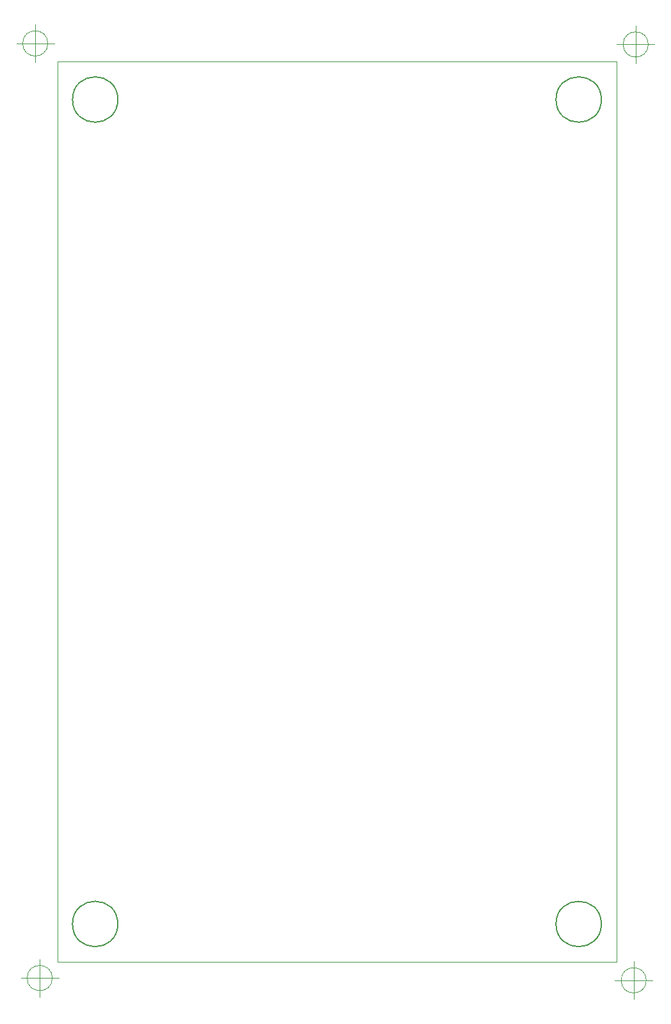
<source format=gbr>
G04 #@! TF.GenerationSoftware,KiCad,Pcbnew,(5.1.4)-1*
G04 #@! TF.CreationDate,2019-11-27T23:22:20+05:00*
G04 #@! TF.ProjectId,speeduino_ntv650,73706565-6475-4696-9e6f-5f6e74763635,rev?*
G04 #@! TF.SameCoordinates,Original*
G04 #@! TF.FileFunction,Other,User*
%FSLAX46Y46*%
G04 Gerber Fmt 4.6, Leading zero omitted, Abs format (unit mm)*
G04 Created by KiCad (PCBNEW (5.1.4)-1) date 2019-11-27 23:22:20*
%MOMM*%
%LPD*%
G04 APERTURE LIST*
%ADD10C,0.100000*%
%ADD11C,0.150000*%
G04 APERTURE END LIST*
D10*
X110806666Y-38620000D02*
G75*
G03X110806666Y-38620000I-1666666J0D01*
G01*
X106640000Y-38620000D02*
X111640000Y-38620000D01*
X109140000Y-36120000D02*
X109140000Y-41120000D01*
X190016666Y-162490000D02*
G75*
G03X190016666Y-162490000I-1666666J0D01*
G01*
X185850000Y-162490000D02*
X190850000Y-162490000D01*
X188350000Y-159990000D02*
X188350000Y-164990000D01*
D11*
X184070000Y-155040000D02*
G75*
G03X184070000Y-155040000I-3000000J0D01*
G01*
D10*
X190286666Y-38760000D02*
G75*
G03X190286666Y-38760000I-1666666J0D01*
G01*
X186120000Y-38760000D02*
X191120000Y-38760000D01*
X188620000Y-36260000D02*
X188620000Y-41260000D01*
X111396666Y-162190000D02*
G75*
G03X111396666Y-162190000I-1666666J0D01*
G01*
X107230000Y-162190000D02*
X112230000Y-162190000D01*
X109730000Y-159690000D02*
X109730000Y-164690000D01*
D11*
X120070000Y-155040000D02*
G75*
G03X120070000Y-155040000I-3000000J0D01*
G01*
X184070000Y-46040000D02*
G75*
G03X184070000Y-46040000I-3000000J0D01*
G01*
X120070000Y-46040000D02*
G75*
G03X120070000Y-46040000I-3000000J0D01*
G01*
D10*
X112070000Y-160040000D02*
X112070000Y-41040000D01*
X186070000Y-160040000D02*
X112070000Y-160040000D01*
X186070000Y-41040000D02*
X186070000Y-160040000D01*
X112070000Y-41040000D02*
X186070000Y-41040000D01*
M02*

</source>
